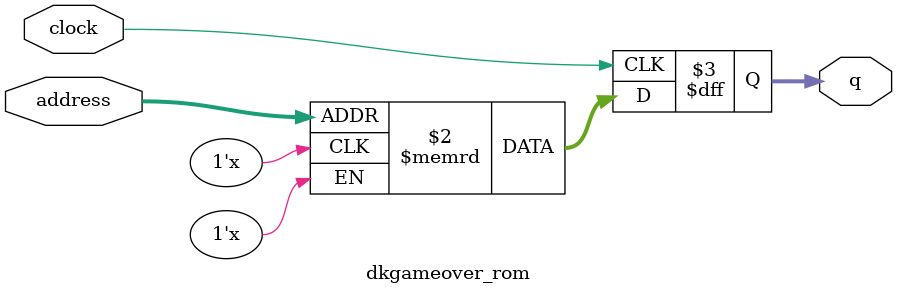
<source format=sv>
module dkgameover_rom (
	input logic clock,
	input logic [16:0] address,
	output logic [2:0] q
);

logic [2:0] memory [0:76799] /* synthesis ram_init_file = "dkgameover.mif" */;

always_ff @ (posedge clock) begin
	q <= memory[address];
end

endmodule

</source>
